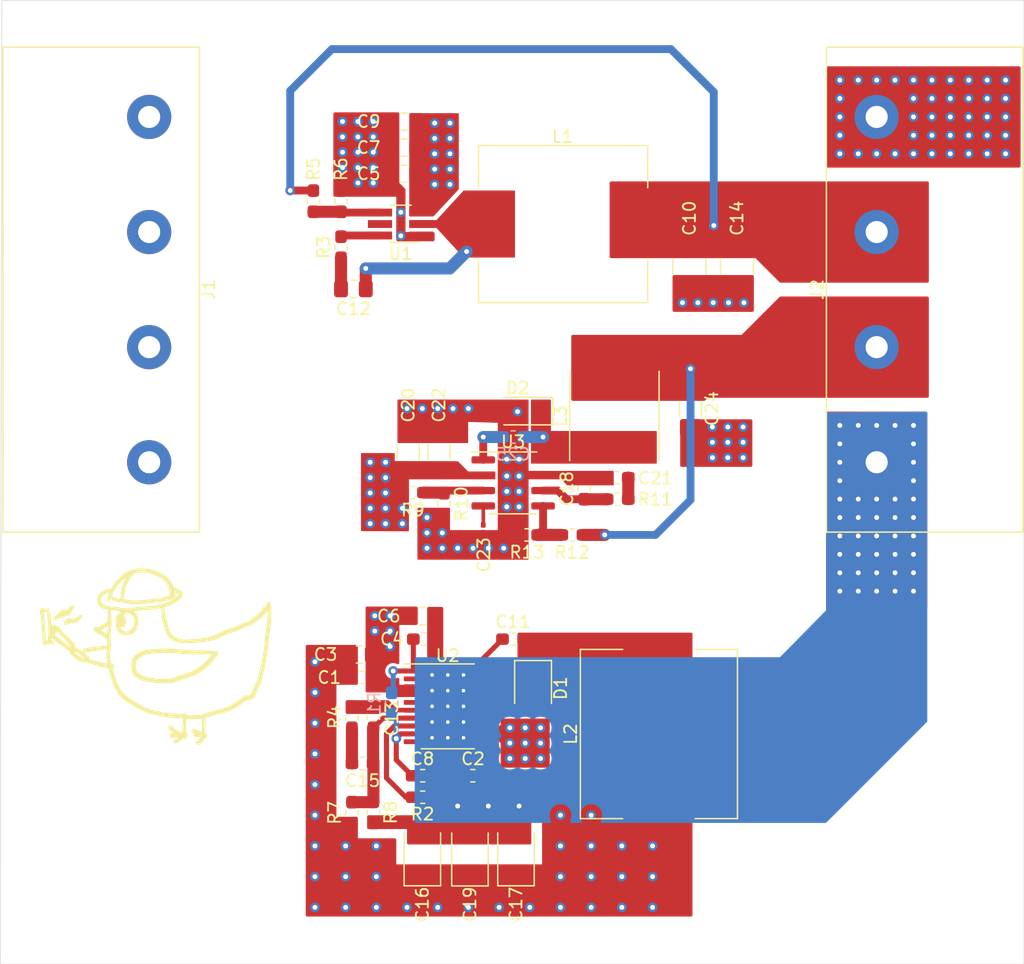
<source format=kicad_pcb>
(kicad_pcb (version 20171130) (host pcbnew 5.1.5+dfsg1-2build2)
  (layers (0 F.Cu signal) (1 In1.Cu power hide) (2 In2.Cu power hide) (31 B.Cu signal) (34 B.Paste user) (35 F.Paste user) (36 B.SilkS user) (37 F.SilkS user) (38 B.Mask user) (39 F.Mask user) (44 Edge.Cuts user))
  (net 0 "")
  (net 1 GND)
  (net 2 +24V)
  (net 3 "Net-(C2-Pad1)")
  (net 4 "Net-(C4-Pad1)")
  (net 5 "Net-(C8-Pad1)")
  (net 6 "Net-(C11-Pad1)")
  (net 7 "Net-(C11-Pad2)")
  (net 8 "Net-(C12-Pad2)")
  (net 9 "Net-(C12-Pad1)")
  (net 10 "Net-(C13-Pad2)")
  (net 11 "Net-(C13-Pad1)")
  (net 12 "Net-(C15-Pad2)")
  (net 13 "Net-(C18-Pad1)")
  (net 14 "Net-(C21-Pad1)")
  (net 15 "Net-(C23-Pad1)")
  (net 16 "Net-(C25-Pad2)")
  (net 17 "Net-(C25-Pad1)")
  (net 18 "Net-(D1-Pad2)")
  (net 19 "Net-(R2-Pad1)")
  (net 20 "Net-(R3-Pad2)")
  (net 21 "Net-(R5-Pad2)")
  (net 22 "Net-(R10-Pad1)")
  (net 23 "Net-(R12-Pad2)")
  (net 24 "Net-(U1-Pad5)")
  (net 25 "Net-(U2-Pad2)")
  (net 26 "Net-(U2-Pad5)")
  (net 27 -17V)
  (net 28 +17V)
  (net 29 +7V)
  (module MountingHole:MountingHole_3.2mm_M3 (layer F.Cu) (at 104.14 21.844)
    (fp_text reference REF** hide)
    (fp_text value MountingHole_3.2mm_M3)
    (pad 1 np_thru_hole circle (at 0 0) (size 3.2 3.2) (drill 3.2) (layers *.Cu *.Mask))
  )
  (module MountingHole:MountingHole_3.2mm_M3 (layer F.Cu) (at 117.983 88.9)
    (fp_text reference REF** hide)
    (fp_text value MountingHole_3.2mm_M3)
    (pad 1 np_thru_hole circle (at 0 0) (size 3.2 3.2) (drill 3.2) (layers *.Cu *.Mask))
  )
  (module MountingHole:MountingHole_3.2mm_M3 (layer F.Cu) (at 48.006 88.9)
    (fp_text reference REF** hide)
    (fp_text value MountingHole_3.2mm_M3)
    (pad 1 np_thru_hole circle (at 0 0) (size 3.2 3.2) (drill 3.2) (layers *.Cu *.Mask))
  )
  (module artwork:control_board_artwork (layer F.Cu) (at 53.848 76.2)
    (fp_text reference G*** hide)
    (fp_text value LOGO hide)
  )
  (module BarrierBlock:BarrierBlock (layer F.Cu) (at 48.99025 40.4495 270)
    (fp_text reference J1 (at 0 -8.89 90) (layer F.SilkS))
    (fp_text value Screw_Terminal_01x04)
    (pad 4 thru_hole circle (at 14.2875 -3.96875 270) (size 3.6576 3.6576) (drill 1.8288) (layers *.Cu *.Mask) (net 2 +24V))
    (pad 3 thru_hole circle (at 4.7625 -3.96875 270) (size 3.6576 3.6576) (drill 1.8288) (layers *.Cu *.Mask) (net 2 +24V))
    (pad 2 thru_hole circle (at -4.7625 -3.96875 270) (size 3.6576 3.6576) (drill 1.8288) (layers *.Cu *.Mask) (net 1 GND))
    (pad 1 thru_hole circle (at -14.2875 -3.96875 270) (size 3.6576 3.6576) (drill 1.8288) (layers *.Cu *.Mask) (net 1 GND))
  )
  (module Package_SO:HTSSOP-20-1EP_4.4x6.5mm_P0.65mm_EP3.4x6.5mm_Mask2.75x3.43mm_ThermalVias_HandSolder (layer F.Cu) (at 77.6705 74.935)
    (fp_text reference U2 (at 0 -4.2) (layer F.SilkS))
    (fp_text value LM5576MH)
    (pad 21 smd roundrect (at 0 0) (size 3.4 6.5) (layers F.Cu) (roundrect_rratio 0.07400000000000001) (net 27 -17V))
    (pad 21 thru_hole circle (at -1.3 -2.6) (size 0.6 0.6) (drill 0.3) (layers *.Cu) (net 27 -17V))
    (pad 21 thru_hole circle (at 0 -2.6) (size 0.6 0.6) (drill 0.3) (layers *.Cu) (net 27 -17V))
    (pad 21 thru_hole circle (at 1.3 -2.6) (size 0.6 0.6) (drill 0.3) (layers *.Cu) (net 27 -17V))
    (pad 21 thru_hole circle (at -1.3 -1.3) (size 0.6 0.6) (drill 0.3) (layers *.Cu) (net 27 -17V))
    (pad 21 thru_hole circle (at 0 -1.3) (size 0.6 0.6) (drill 0.3) (layers *.Cu) (net 27 -17V))
    (pad 21 thru_hole circle (at 1.3 -1.3) (size 0.6 0.6) (drill 0.3) (layers *.Cu) (net 27 -17V))
    (pad 21 thru_hole circle (at -1.3 0) (size 0.6 0.6) (drill 0.3) (layers *.Cu) (net 27 -17V))
    (pad 21 thru_hole circle (at 0 0) (size 0.6 0.6) (drill 0.3) (layers *.Cu) (net 27 -17V))
    (pad 21 thru_hole circle (at 1.3 0) (size 0.6 0.6) (drill 0.3) (layers *.Cu) (net 27 -17V))
    (pad 21 thru_hole circle (at -1.3 1.3) (size 0.6 0.6) (drill 0.3) (layers *.Cu) (net 27 -17V))
    (pad 21 thru_hole circle (at 0 1.3) (size 0.6 0.6) (drill 0.3) (layers *.Cu) (net 27 -17V))
    (pad 21 thru_hole circle (at 1.3 1.3) (size 0.6 0.6) (drill 0.3) (layers *.Cu) (net 27 -17V))
    (pad 21 thru_hole circle (at -1.3 2.6) (size 0.6 0.6) (drill 0.3) (layers *.Cu) (net 27 -17V))
    (pad 21 thru_hole circle (at 0 2.6) (size 0.6 0.6) (drill 0.3) (layers *.Cu) (net 27 -17V))
    (pad 21 thru_hole circle (at 1.3 2.6) (size 0.6 0.6) (drill 0.3) (layers *.Cu) (net 27 -17V))
    (pad 21 smd roundrect (at 0 0) (size 3.2 5.8) (layers B.Cu) (roundrect_rratio 0.078) (net 27 -17V))
    (pad 1 smd roundrect (at -2.8625 -2.925) (size 1.575 0.4) (layers F.Cu F.Paste F.Mask) (net 4 "Net-(C4-Pad1)"))
    (pad 2 smd roundrect (at -2.8625 -2.275) (size 1.575 0.4) (layers F.Cu F.Paste F.Mask) (net 25 "Net-(U2-Pad2)"))
    (pad 3 smd roundrect (at -2.8625 -1.625) (size 1.575 0.4) (layers F.Cu F.Paste F.Mask) (net 2 +24V))
    (pad 4 smd roundrect (at -2.8625 -0.975) (size 1.575 0.4) (layers F.Cu F.Paste F.Mask) (net 2 +24V))
    (pad 5 smd roundrect (at -2.8625 -0.325) (size 1.575 0.4) (layers F.Cu F.Paste F.Mask) (net 26 "Net-(U2-Pad5)"))
    (pad 6 smd roundrect (at -2.8625 0.325) (size 1.575 0.4) (layers F.Cu F.Paste F.Mask) (net 10 "Net-(C13-Pad2)"))
    (pad 7 smd roundrect (at -2.8625 0.975) (size 1.575 0.4) (layers F.Cu F.Paste F.Mask) (net 11 "Net-(C13-Pad1)"))
    (pad 8 smd roundrect (at -2.8625 1.625) (size 1.575 0.4) (layers F.Cu F.Paste F.Mask) (net 19 "Net-(R2-Pad1)"))
    (pad 9 smd roundrect (at -2.8625 2.275) (size 1.575 0.4) (layers F.Cu F.Paste F.Mask) (net 5 "Net-(C8-Pad1)"))
    (pad 10 smd roundrect (at -2.8625 2.925) (size 1.575 0.4) (layers F.Cu F.Paste F.Mask) (net 27 -17V))
    (pad 11 smd roundrect (at 2.8625 2.925) (size 1.575 0.4) (layers F.Cu F.Paste F.Mask) (net 3 "Net-(C2-Pad1)"))
    (pad 12 smd roundrect (at 2.8625 2.275) (size 1.575 0.4) (layers F.Cu F.Paste F.Mask) (net 1 GND))
    (pad 13 smd roundrect (at 2.8625 1.625) (size 1.575 0.4) (layers F.Cu F.Paste F.Mask) (net 27 -17V))
    (pad 14 smd roundrect (at 2.8625 0.975) (size 1.575 0.4) (layers F.Cu F.Paste F.Mask) (net 27 -17V))
    (pad 15 smd roundrect (at 2.8625 0.325) (size 1.575 0.4) (layers F.Cu F.Paste F.Mask) (net 18 "Net-(D1-Pad2)"))
    (pad 16 smd roundrect (at 2.8625 -0.325) (size 1.575 0.4) (layers F.Cu F.Paste F.Mask) (net 18 "Net-(D1-Pad2)"))
    (pad 17 smd roundrect (at 2.8625 -0.975) (size 1.575 0.4) (layers F.Cu F.Paste F.Mask) (net 6 "Net-(C11-Pad1)"))
    (pad 18 smd roundrect (at 2.8625 -1.625) (size 1.575 0.4) (layers F.Cu F.Paste F.Mask) (net 6 "Net-(C11-Pad1)"))
    (pad 19 smd roundrect (at 2.8625 -2.275) (size 1.575 0.4) (layers F.Cu F.Paste F.Mask) (net 6 "Net-(C11-Pad1)"))
    (pad 20 smd roundrect (at 2.8625 -2.925) (size 1.575 0.4) (layers F.Cu F.Paste F.Mask) (net 7 "Net-(C11-Pad2)"))
  )
  (module Capacitor_SMD:C_0603_1608Metric_Pad1.05x0.95mm_HandSolder (layer F.Cu) (at 70.514 72.548 180)
    (fp_text reference C1 (at 2.653 0) (layer F.SilkS))
    (fp_text value 1uF)
    (pad 2 smd roundrect (at 0.875 0 180) (size 1.05 0.95) (layers F.Cu F.Paste F.Mask) (net 1 GND))
    (pad 1 smd roundrect (at -0.875 0 180) (size 1.05 0.95) (layers F.Cu F.Paste F.Mask) (net 2 +24V))
  )
  (module Capacitor_SMD:C_0603_1608Metric_Pad1.05x0.95mm_HandSolder (layer F.Cu) (at 79.742 80.676 180)
    (fp_text reference C2 (at -0.014 1.397) (layer F.SilkS))
    (fp_text value 33nF)
    (pad 2 smd roundrect (at 0.875 0 180) (size 1.05 0.95) (layers F.Cu F.Paste F.Mask) (net 27 -17V))
    (pad 1 smd roundrect (at -0.875 0 180) (size 1.05 0.95) (layers F.Cu F.Paste F.Mask) (net 3 "Net-(C2-Pad1)"))
  )
  (module Capacitor_SMD:C_0805_2012Metric_Pad1.15x1.40mm_HandSolder (layer F.Cu) (at 70.364 70.643 180)
    (fp_text reference C3 (at 2.803 0) (layer F.SilkS))
    (fp_text value 100nF)
    (pad 2 smd roundrect (at 1.025 0 180) (size 1.15 1.4) (layers F.Cu F.Paste F.Mask) (roundrect_rratio 0.217391) (net 1 GND))
    (pad 1 smd roundrect (at -1.025 0 180) (size 1.15 1.4) (layers F.Cu F.Paste F.Mask) (roundrect_rratio 0.217391) (net 2 +24V))
  )
  (module Capacitor_SMD:C_0603_1608Metric_Pad1.05x0.95mm_HandSolder (layer F.Cu) (at 75.693 69.373)
    (fp_text reference C4 (at -2.653 0) (layer F.SilkS))
    (fp_text value 1uF)
    (pad 2 smd roundrect (at 0.875 0) (size 1.05 0.95) (layers F.Cu F.Paste F.Mask) (net 27 -17V))
    (pad 1 smd roundrect (at -0.875 0) (size 1.05 0.95) (layers F.Cu F.Paste F.Mask) (net 4 "Net-(C4-Pad1)"))
  )
  (module Capacitor_SMD:C_0805_2012Metric_Pad1.15x1.40mm_HandSolder (layer F.Cu) (at 74.032 30.861 180)
    (fp_text reference C5 (at 2.912 0) (layer F.SilkS))
    (fp_text value 10uF)
    (pad 1 smd roundrect (at -1.025 0 180) (size 1.15 1.4) (layers F.Cu F.Paste F.Mask) (roundrect_rratio 0.217391) (net 2 +24V))
    (pad 2 smd roundrect (at 1.025 0 180) (size 1.15 1.4) (layers F.Cu F.Paste F.Mask) (roundrect_rratio 0.217391) (net 1 GND))
  )
  (module Capacitor_SMD:C_0805_2012Metric_Pad1.15x1.40mm_HandSolder (layer F.Cu) (at 75.571 67.468)
    (fp_text reference C6 (at -2.785 0) (layer F.SilkS))
    (fp_text value 680nF)
    (pad 1 smd roundrect (at -1.025 0) (size 1.15 1.4) (layers F.Cu F.Paste F.Mask) (roundrect_rratio 0.217391) (net 2 +24V))
    (pad 2 smd roundrect (at 1.025 0) (size 1.15 1.4) (layers F.Cu F.Paste F.Mask) (roundrect_rratio 0.217391) (net 27 -17V))
  )
  (module Capacitor_SMD:C_0805_2012Metric_Pad1.15x1.40mm_HandSolder (layer F.Cu) (at 74.032 28.702 180)
    (fp_text reference C7 (at 2.912 0) (layer F.SilkS))
    (fp_text value 10uF)
    (pad 2 smd roundrect (at 1.025 0 180) (size 1.15 1.4) (layers F.Cu F.Paste F.Mask) (roundrect_rratio 0.217391) (net 1 GND))
    (pad 1 smd roundrect (at -1.025 0 180) (size 1.15 1.4) (layers F.Cu F.Paste F.Mask) (roundrect_rratio 0.217391) (net 2 +24V))
  )
  (module Capacitor_SMD:C_0603_1608Metric_Pad1.05x0.95mm_HandSolder (layer F.Cu) (at 75.594 80.676)
    (fp_text reference C8 (at -0.014 -1.397) (layer F.SilkS))
    (fp_text value 330pF)
    (pad 1 smd roundrect (at -0.875 0) (size 1.05 0.95) (layers F.Cu F.Paste F.Mask) (net 5 "Net-(C8-Pad1)"))
    (pad 2 smd roundrect (at 0.875 0) (size 1.05 0.95) (layers F.Cu F.Paste F.Mask) (net 27 -17V))
  )
  (module Capacitor_SMD:C_0805_2012Metric_Pad1.15x1.40mm_HandSolder (layer F.Cu) (at 74.05 26.543 180)
    (fp_text reference C9 (at 2.93 0) (layer F.SilkS))
    (fp_text value 100nF)
    (pad 1 smd roundrect (at -1.025 0 180) (size 1.15 1.4) (layers F.Cu F.Paste F.Mask) (roundrect_rratio 0.217391) (net 2 +24V))
    (pad 2 smd roundrect (at 1.025 0 180) (size 1.15 1.4) (layers F.Cu F.Paste F.Mask) (roundrect_rratio 0.217391) (net 1 GND))
  )
  (module Capacitor_SMD:C_1210_3225Metric_Pad1.42x2.65mm_HandSolder (layer F.Cu) (at 97.663 38.5175 270)
    (fp_text reference C10 (at -3.9735 0 90) (layer F.SilkS))
    (fp_text value 22uF)
    (pad 1 smd roundrect (at -1.4875 0 270) (size 1.425 2.65) (layers F.Cu F.Paste F.Mask) (roundrect_rratio 0.175439) (net 29 +7V))
    (pad 2 smd roundrect (at 1.4875 0 270) (size 1.425 2.65) (layers F.Cu F.Paste F.Mask) (roundrect_rratio 0.175439) (net 1 GND))
  )
  (module Capacitor_SMD:C_0603_1608Metric_Pad1.05x0.95mm_HandSolder (layer F.Cu) (at 83.072 69.373 180)
    (fp_text reference C11 (at 0.014 1.428) (layer F.SilkS))
    (fp_text value 22nF)
    (pad 1 smd roundrect (at -0.875 0 180) (size 1.05 0.95) (layers F.Cu F.Paste F.Mask) (net 6 "Net-(C11-Pad1)"))
    (pad 2 smd roundrect (at 0.875 0 180) (size 1.05 0.95) (layers F.Cu F.Paste F.Mask) (net 7 "Net-(C11-Pad2)"))
  )
  (module Capacitor_SMD:C_0805_2012Metric_Pad1.15x1.40mm_HandSolder (layer F.Cu) (at 69.859 40.386 180)
    (fp_text reference C12 (at 0 -1.65) (layer F.SilkS))
    (fp_text value 100nF)
    (pad 2 smd roundrect (at 1.025 0 180) (size 1.15 1.4) (layers F.Cu F.Paste F.Mask) (roundrect_rratio 0.217391) (net 8 "Net-(C12-Pad2)"))
    (pad 1 smd roundrect (at -1.025 0 180) (size 1.15 1.4) (layers F.Cu F.Paste F.Mask) (roundrect_rratio 0.217391) (net 9 "Net-(C12-Pad1)"))
  )
  (module Capacitor_SMD:C_0603_1608Metric_Pad1.05x0.95mm_HandSolder (layer F.Cu) (at 71.516 75.836 90)
    (fp_text reference C13 (at -0.141 1.524 90) (layer F.SilkS))
    (fp_text value 18pF)
    (pad 2 smd roundrect (at 0.875 0 90) (size 1.05 0.95) (layers F.Cu F.Paste F.Mask) (net 10 "Net-(C13-Pad2)"))
    (pad 1 smd roundrect (at -0.875 0 90) (size 1.05 0.95) (layers F.Cu F.Paste F.Mask) (net 11 "Net-(C13-Pad1)"))
  )
  (module Capacitor_SMD:C_1210_3225Metric_Pad1.42x2.65mm_HandSolder (layer F.Cu) (at 101.6 38.5175 270)
    (fp_text reference C14 (at -3.9735 0 90) (layer F.SilkS))
    (fp_text value 22uF)
    (pad 2 smd roundrect (at 1.4875 0 270) (size 1.425 2.65) (layers F.Cu F.Paste F.Mask) (roundrect_rratio 0.175439) (net 1 GND))
    (pad 1 smd roundrect (at -1.4875 0 270) (size 1.425 2.65) (layers F.Cu F.Paste F.Mask) (roundrect_rratio 0.175439) (net 29 +7V))
  )
  (module Capacitor_SMD:C_0603_1608Metric_Pad1.05x0.95mm_HandSolder (layer F.Cu) (at 70.613 79.66 180)
    (fp_text reference C15 (at 0 -1.43) (layer F.SilkS))
    (fp_text value 1.1nF)
    (pad 1 smd roundrect (at -0.875 0 180) (size 1.05 0.95) (layers F.Cu F.Paste F.Mask) (net 11 "Net-(C13-Pad1)"))
    (pad 2 smd roundrect (at 0.875 0 180) (size 1.05 0.95) (layers F.Cu F.Paste F.Mask) (net 12 "Net-(C15-Pad2)"))
  )
  (module Capacitor_Tantalum_SMD:CP_EIA-3528-21_Kemet-B_Pad1.50x2.35mm_HandSolder (layer F.Cu) (at 75.565 87.148 90)
    (fp_text reference C16 (at -4.165 0 90) (layer F.SilkS))
    (fp_text value 15uF)
    (pad 1 smd roundrect (at -1.625 0 90) (size 1.5 2.35) (layers F.Cu F.Paste F.Mask) (roundrect_rratio 0.166667) (net 1 GND))
    (pad 2 smd roundrect (at 1.625 0 90) (size 1.5 2.35) (layers F.Cu F.Paste F.Mask) (roundrect_rratio 0.166667) (net 27 -17V))
  )
  (module Capacitor_Tantalum_SMD:CP_EIA-3528-21_Kemet-B_Pad1.50x2.35mm_HandSolder (layer F.Cu) (at 83.312 87.148 90)
    (fp_text reference C17 (at -4.165 0 90) (layer F.SilkS))
    (fp_text value 15uF)
    (pad 2 smd roundrect (at 1.625 0 90) (size 1.5 2.35) (layers F.Cu F.Paste F.Mask) (roundrect_rratio 0.166667) (net 27 -17V))
    (pad 1 smd roundrect (at -1.625 0 90) (size 1.5 2.35) (layers F.Cu F.Paste F.Mask) (roundrect_rratio 0.166667) (net 1 GND))
  )
  (module Capacitor_SMD:C_0603_1608Metric_Pad1.05x0.95mm_HandSolder (layer F.Cu) (at 88.954 56.924 90)
    (fp_text reference C18 (at 0 -1.43 90) (layer F.SilkS))
    (fp_text value 6.8pF)
    (pad 1 smd roundrect (at -0.875 0 90) (size 1.05 0.95) (layers F.Cu F.Paste F.Mask) (net 13 "Net-(C18-Pad1)"))
    (pad 2 smd roundrect (at 0.875 0 90) (size 1.05 0.95) (layers F.Cu F.Paste F.Mask) (net 1 GND))
  )
  (module Capacitor_Tantalum_SMD:CP_EIA-3528-21_Kemet-B_Pad1.50x2.35mm_HandSolder (layer F.Cu) (at 79.502 87.1595 90)
    (fp_text reference C19 (at -4.1535 0 90) (layer F.SilkS))
    (fp_text value 15uF)
    (pad 1 smd roundrect (at -1.625 0 90) (size 1.5 2.35) (layers F.Cu F.Paste F.Mask) (roundrect_rratio 0.166667) (net 1 GND))
    (pad 2 smd roundrect (at 1.625 0 90) (size 1.5 2.35) (layers F.Cu F.Paste F.Mask) (roundrect_rratio 0.166667) (net 27 -17V))
  )
  (module Capacitor_SMD:C_1206_3216Metric_Pad1.42x1.75mm_HandSolder (layer F.Cu) (at 74.398 53.8995 90)
    (fp_text reference C20 (at 3.9005 0 90) (layer F.SilkS))
    (fp_text value 10uF)
    (pad 2 smd roundrect (at 1.4875 0 90) (size 1.425 1.75) (layers F.Cu F.Paste F.Mask) (roundrect_rratio 0.175439) (net 1 GND))
    (pad 1 smd roundrect (at -1.4875 0 90) (size 1.425 1.75) (layers F.Cu F.Paste F.Mask) (roundrect_rratio 0.175439) (net 2 +24V))
  )
  (module Capacitor_SMD:C_0603_1608Metric_Pad1.05x0.95mm_HandSolder (layer F.Cu) (at 91.727 56.014 180)
    (fp_text reference C21 (at -3.127 -0.035) (layer F.SilkS))
    (fp_text value 430pF)
    (pad 1 smd roundrect (at -0.875 0 180) (size 1.05 0.95) (layers F.Cu F.Paste F.Mask) (net 14 "Net-(C21-Pad1)"))
    (pad 2 smd roundrect (at 0.875 0 180) (size 1.05 0.95) (layers F.Cu F.Paste F.Mask) (net 1 GND))
  )
  (module Capacitor_SMD:C_1206_3216Metric_Pad1.42x1.75mm_HandSolder (layer F.Cu) (at 76.938 53.8995 90)
    (fp_text reference C22 (at 3.9005 0 90) (layer F.SilkS))
    (fp_text value 10uF)
    (pad 1 smd roundrect (at -1.4875 0 90) (size 1.425 1.75) (layers F.Cu F.Paste F.Mask) (roundrect_rratio 0.175439) (net 2 +24V))
    (pad 2 smd roundrect (at 1.4875 0 90) (size 1.425 1.75) (layers F.Cu F.Paste F.Mask) (roundrect_rratio 0.175439) (net 1 GND))
  )
  (module Capacitor_SMD:C_0201_0603Metric (layer F.Cu) (at 80.604 60.244 270)
    (fp_text reference C23 (at 2.155 -0.05 90) (layer F.SilkS))
    (fp_text value 8.2nF)
    (pad 1 smd roundrect (at -0.32 0 270) (size 0.46 0.4) (layers F.Cu F.Mask) (net 15 "Net-(C23-Pad1)"))
    (pad 2 smd roundrect (at 0.32 0 270) (size 0.46 0.4) (layers F.Cu F.Mask) (net 1 GND))
  )
  (module Capacitor_SMD:C_1206_3216Metric_Pad1.42x1.75mm_HandSolder (layer F.Cu) (at 97.754 50.3865 270)
    (fp_text reference C24 (at -0.0905 -1.778 90) (layer F.SilkS))
    (fp_text value 10uF)
    (pad 1 smd roundrect (at -1.4875 0 270) (size 1.425 1.75) (layers F.Cu F.Paste F.Mask) (roundrect_rratio 0.175439) (net 28 +17V))
    (pad 2 smd roundrect (at 1.4875 0 270) (size 1.425 1.75) (layers F.Cu F.Paste F.Mask) (roundrect_rratio 0.175439) (net 1 GND))
  )
  (module Capacitor_SMD:C_0603_1608Metric_Pad1.05x0.95mm_HandSolder (layer B.Cu) (at 83.079 52.649)
    (fp_text reference C25 (at 0 1.43) (layer B.SilkS) (effects (justify mirror)))
    (fp_text value 100nF)
    (pad 2 smd roundrect (at 0.875 0) (size 1.05 0.95) (layers B.Cu B.Paste B.Mask) (net 16 "Net-(C25-Pad2)"))
    (pad 1 smd roundrect (at -0.875 0) (size 1.05 0.95) (layers B.Cu B.Paste B.Mask) (net 17 "Net-(C25-Pad1)"))
  )
  (module SS2PH10-M3:DO-220AA (layer F.Cu) (at 84.723 73.429 270)
    (fp_text reference D1 (at 0 -2.286 90) (layer F.SilkS))
    (fp_text value SS2PH10-M3)
    (pad 1 smd rect (at -0.6985 0 270) (size 2.667 2.54) (layers F.Cu F.Paste F.Mask) (net 6 "Net-(C11-Pad1)"))
    (pad 2 smd rect (at 1.651 0 270) (size 0.762 1.27) (layers F.Cu F.Paste F.Mask) (net 18 "Net-(D1-Pad2)"))
  )
  (module SS14FL:SMAF (layer F.Cu) (at 83.454 50.499 180)
    (fp_text reference D2 (at 0.005 1.905) (layer F.SilkS))
    (fp_text value SS14FL)
    (pad 1 smd roundrect (at -1.9 0 180) (size 1.6 1.8) (layers F.Cu F.Paste F.Mask) (net 16 "Net-(C25-Pad2)"))
    (pad 2 smd rect (at 1.9 0 180) (size 1.6 1.8) (layers F.Cu F.Paste F.Mask) (net 1 GND))
  )
  (module MWSA1206S:MWSA1206S (layer F.Cu) (at 87.212 35.023 180)
    (fp_text reference L1 (at 0.037 7.239) (layer F.SilkS))
    (fp_text value 18uH)
    (pad 1 smd rect (at -5.625 0 180) (size 3.25 5.5) (layers F.Cu F.Paste F.Mask) (net 29 +7V))
    (pad 2 smd rect (at 5.625 0 180) (size 3.25 5.5) (layers F.Cu F.Paste F.Mask) (net 9 "Net-(C12-Pad1)"))
  )
  (module MSA75-150M:MSA75-150M (layer F.Cu) (at 91.454 50.899 270)
    (fp_text reference L3 (at 0 4.445 90) (layer F.SilkS))
    (fp_text value 15uH)
    (pad 1 smd rect (at -2.6 0 270) (size 2.65 7) (layers F.Cu F.Paste F.Mask) (net 28 +17V))
    (pad 2 smd rect (at 2.6 0 270) (size 2.65 7) (layers F.Cu F.Paste F.Mask) (net 16 "Net-(C25-Pad2)"))
  )
  (module Resistor_SMD:R_0603_1608Metric_Pad1.05x0.95mm_HandSolder (layer B.Cu) (at 73.025 74.69 270)
    (fp_text reference R1 (at 0 1.43 90) (layer B.SilkS) (effects (justify mirror)))
    (fp_text value 118kOhm)
    (pad 1 smd roundrect (at -0.875 0 270) (size 1.05 0.95) (layers B.Cu B.Paste B.Mask) (net 4 "Net-(C4-Pad1)"))
    (pad 2 smd roundrect (at 0.875 0 270) (size 1.05 0.95) (layers B.Cu B.Paste B.Mask) (net 5 "Net-(C8-Pad1)"))
  )
  (module Resistor_SMD:R_0603_1608Metric_Pad1.05x0.95mm_HandSolder (layer F.Cu) (at 75.594 82.454)
    (fp_text reference R2 (at -0.014 1.397) (layer F.SilkS))
    (fp_text value 18.7kOhm)
    (pad 2 smd roundrect (at 0.875 0) (size 1.05 0.95) (layers F.Cu F.Paste F.Mask) (net 27 -17V))
    (pad 1 smd roundrect (at -0.875 0) (size 1.05 0.95) (layers F.Cu F.Paste F.Mask) (net 19 "Net-(R2-Pad1)"))
  )
  (module Resistor_SMD:R_0603_1608Metric_Pad1.05x0.95mm_HandSolder (layer F.Cu) (at 68.834 36.943 90)
    (fp_text reference R3 (at 0 -1.43 90) (layer F.SilkS))
    (fp_text value 30Ohm)
    (pad 2 smd roundrect (at 0.875 0 90) (size 1.05 0.95) (layers F.Cu F.Paste F.Mask) (net 20 "Net-(R3-Pad2)"))
    (pad 1 smd roundrect (at -0.875 0 90) (size 1.05 0.95) (layers F.Cu F.Paste F.Mask) (net 8 "Net-(C12-Pad2)"))
  )
  (module Resistor_SMD:R_0603_1608Metric_Pad1.05x0.95mm_HandSolder (layer F.Cu) (at 69.738 75.836 90)
    (fp_text reference R4 (at 0 -1.43 90) (layer F.SilkS))
    (fp_text value 71.5kOhm)
    (pad 2 smd roundrect (at 0.875 0 90) (size 1.05 0.95) (layers F.Cu F.Paste F.Mask) (net 10 "Net-(C13-Pad2)"))
    (pad 1 smd roundrect (at -0.875 0 90) (size 1.05 0.95) (layers F.Cu F.Paste F.Mask) (net 12 "Net-(C15-Pad2)"))
  )
  (module Resistor_SMD:R_0603_1608Metric_Pad1.05x0.95mm_HandSolder (layer F.Cu) (at 66.548 33.133 270)
    (fp_text reference R5 (at -2.653 0 90) (layer F.SilkS))
    (fp_text value 76.8kOhm)
    (pad 1 smd roundrect (at -0.875 0 270) (size 1.05 0.95) (layers F.Cu F.Paste F.Mask) (net 29 +7V))
    (pad 2 smd roundrect (at 0.875 0 270) (size 1.05 0.95) (layers F.Cu F.Paste F.Mask) (net 21 "Net-(R5-Pad2)"))
  )
  (module Resistor_SMD:R_0603_1608Metric_Pad1.05x0.95mm_HandSolder (layer F.Cu) (at 68.834 33.133 90)
    (fp_text reference R6 (at 2.653 0 90) (layer F.SilkS))
    (fp_text value 10kOhm)
    (pad 2 smd roundrect (at 0.875 0 90) (size 1.05 0.95) (layers F.Cu F.Paste F.Mask) (net 1 GND))
    (pad 1 smd roundrect (at -0.875 0 90) (size 1.05 0.95) (layers F.Cu F.Paste F.Mask) (net 21 "Net-(R5-Pad2)"))
  )
  (module Resistor_SMD:R_0603_1608Metric_Pad1.05x0.95mm_HandSolder (layer F.Cu) (at 69.738 83.738 90)
    (fp_text reference R7 (at 0 -1.43 90) (layer F.SilkS))
    (fp_text value 21kOhm)
    (pad 1 smd roundrect (at -0.875 0 90) (size 1.05 0.95) (layers F.Cu F.Paste F.Mask) (net 1 GND))
    (pad 2 smd roundrect (at 0.875 0 90) (size 1.05 0.95) (layers F.Cu F.Paste F.Mask) (net 11 "Net-(C13-Pad1)"))
  )
  (module Resistor_SMD:R_0603_1608Metric_Pad1.05x0.95mm_HandSolder (layer F.Cu) (at 71.516 83.71 270)
    (fp_text reference R8 (at 0 -1.43 90) (layer F.SilkS))
    (fp_text value 1.65kOhm)
    (pad 1 smd roundrect (at -0.875 0 270) (size 1.05 0.95) (layers F.Cu F.Paste F.Mask) (net 11 "Net-(C13-Pad1)"))
    (pad 2 smd roundrect (at 0.875 0 270) (size 1.05 0.95) (layers F.Cu F.Paste F.Mask) (net 27 -17V))
  )
  (module Resistor_SMD:R_0603_1608Metric_Pad1.05x0.95mm_HandSolder (layer F.Cu) (at 74.779 57.249)
    (fp_text reference R9 (at 0 1.45) (layer F.SilkS))
    (fp_text value 169kOhm)
    (pad 1 smd roundrect (at -0.875 0) (size 1.05 0.95) (layers F.Cu F.Paste F.Mask) (net 2 +24V))
    (pad 2 smd roundrect (at 0.875 0) (size 1.05 0.95) (layers F.Cu F.Paste F.Mask) (net 22 "Net-(R10-Pad1)"))
  )
  (module Resistor_SMD:R_0603_1608Metric_Pad1.05x0.95mm_HandSolder (layer F.Cu) (at 77.354 58.174 270)
    (fp_text reference R10 (at 0 -1.43 90) (layer F.SilkS))
    (fp_text value 15.8kOhm)
    (pad 2 smd roundrect (at 0.875 0 270) (size 1.05 0.95) (layers F.Cu F.Paste F.Mask) (net 1 GND))
    (pad 1 smd roundrect (at -0.875 0 270) (size 1.05 0.95) (layers F.Cu F.Paste F.Mask) (net 22 "Net-(R10-Pad1)"))
  )
  (module Resistor_SMD:R_0603_1608Metric_Pad1.05x0.95mm_HandSolder (layer F.Cu) (at 91.729 57.792)
    (fp_text reference R11 (at 3.105 0.007) (layer F.SilkS))
    (fp_text value 66.5kOhm)
    (pad 1 smd roundrect (at -0.875 0) (size 1.05 0.95) (layers F.Cu F.Paste F.Mask) (net 13 "Net-(C18-Pad1)"))
    (pad 2 smd roundrect (at 0.875 0) (size 1.05 0.95) (layers F.Cu F.Paste F.Mask) (net 14 "Net-(C21-Pad1)"))
  )
  (module Resistor_SMD:R_0603_1608Metric_Pad1.05x0.95mm_HandSolder (layer F.Cu) (at 87.979 60.749 180)
    (fp_text reference R12 (at 0.025 -1.45) (layer F.SilkS))
    (fp_text value 10.2kOhm)
    (pad 1 smd roundrect (at -0.875 0 180) (size 1.05 0.95) (layers F.Cu F.Paste F.Mask) (net 28 +17V))
    (pad 2 smd roundrect (at 0.875 0 180) (size 1.05 0.95) (layers F.Cu F.Paste F.Mask) (net 23 "Net-(R12-Pad2)"))
  )
  (module Resistor_SMD:R_0603_1608Metric_Pad1.05x0.95mm_HandSolder (layer F.Cu) (at 84.229 60.749 180)
    (fp_text reference R13 (at 0 -1.43) (layer F.SilkS))
    (fp_text value 499Ohm)
    (pad 2 smd roundrect (at 0.875 0 180) (size 1.05 0.95) (layers F.Cu F.Paste F.Mask) (net 1 GND))
    (pad 1 smd roundrect (at -0.875 0 180) (size 1.05 0.95) (layers F.Cu F.Paste F.Mask) (net 23 "Net-(R12-Pad2)"))
  )
  (module Package_TO_SOT_SMD:TSOT-23-6_HandSoldering (layer F.Cu) (at 73.769 35.023 180)
    (fp_text reference U1 (at 0 -2.45) (layer F.SilkS))
    (fp_text value TPS56339DDCR)
    (pad 1 smd rect (at -1.71 -0.95 180) (size 2 0.65) (layers F.Cu F.Paste F.Mask) (net 1 GND))
    (pad 2 smd rect (at -1.71 0 180) (size 2 0.65) (layers F.Cu F.Paste F.Mask) (net 9 "Net-(C12-Pad1)"))
    (pad 3 smd rect (at -1.71 0.95 180) (size 2 0.65) (layers F.Cu F.Paste F.Mask) (net 2 +24V))
    (pad 4 smd rect (at 1.71 0.95 180) (size 2 0.65) (layers F.Cu F.Paste F.Mask) (net 21 "Net-(R5-Pad2)"))
    (pad 5 smd rect (at 1.71 0 180) (size 2 0.65) (layers F.Cu F.Paste F.Mask) (net 24 "Net-(U1-Pad5)"))
    (pad 6 smd rect (at 1.71 -0.95 180) (size 2 0.65) (layers F.Cu F.Paste F.Mask) (net 20 "Net-(R3-Pad2)"))
  )
  (module Package_SO:SOIC-8_3.9x4.9mm_P1.27mm (layer F.Cu) (at 83.079 56.444)
    (fp_text reference U3 (at 0 -3.4) (layer F.SilkS))
    (fp_text value TPS54232)
    (pad 1 smd roundrect (at -2.475 -1.905) (size 1.95 0.6) (layers F.Cu F.Paste F.Mask) (net 17 "Net-(C25-Pad1)"))
    (pad 2 smd roundrect (at -2.475 -0.635) (size 1.95 0.6) (layers F.Cu F.Paste F.Mask) (net 2 +24V))
    (pad 3 smd roundrect (at -2.475 0.635) (size 1.95 0.6) (layers F.Cu F.Paste F.Mask) (net 22 "Net-(R10-Pad1)"))
    (pad 4 smd roundrect (at -2.475 1.905) (size 1.95 0.6) (layers F.Cu F.Paste F.Mask) (net 15 "Net-(C23-Pad1)"))
    (pad 5 smd roundrect (at 2.475 1.905) (size 1.95 0.6) (layers F.Cu F.Paste F.Mask) (net 23 "Net-(R12-Pad2)"))
    (pad 6 smd roundrect (at 2.475 0.635) (size 1.95 0.6) (layers F.Cu F.Paste F.Mask) (net 13 "Net-(C18-Pad1)"))
    (pad 7 smd roundrect (at 2.475 -0.635) (size 1.95 0.6) (layers F.Cu F.Paste F.Mask) (net 1 GND))
    (pad 8 smd roundrect (at 2.475 -1.905) (size 1.95 0.6) (layers F.Cu F.Paste F.Mask) (net 16 "Net-(C25-Pad2)"))
  )
  (module BarrierBlock:BarrierBlock (layer F.Cu) (at 117.12575 40.4495 90)
    (fp_text reference J2 (at 0 -8.89 90) (layer F.SilkS))
    (fp_text value Screw_Terminal_01x04)
    (pad 1 thru_hole circle (at -14.2875 -3.96875 90) (size 3.6576 3.6576) (drill 1.8288) (layers *.Cu *.Mask) (net 27 -17V))
    (pad 2 thru_hole circle (at -4.7625 -3.96875 90) (size 3.6576 3.6576) (drill 1.8288) (layers *.Cu *.Mask) (net 28 +17V))
    (pad 3 thru_hole circle (at 4.7625 -3.96875 90) (size 3.6576 3.6576) (drill 1.8288) (layers *.Cu *.Mask) (net 29 +7V))
    (pad 4 thru_hole circle (at 14.2875 -3.96875 90) (size 3.6576 3.6576) (drill 1.8288) (layers *.Cu *.Mask) (net 1 GND))
  )
  (module MWSA1206S:MWSA1206S (layer F.Cu) (at 95.138 77.224 90)
    (fp_text reference L2 (at 0 -7.3 90) (layer F.SilkS))
    (fp_text value 33uH)
    (pad 1 smd rect (at -5.625 0 90) (size 3.25 5.5) (layers F.Cu F.Paste F.Mask) (net 1 GND))
    (pad 2 smd rect (at 5.625 0 90) (size 3.25 5.5) (layers F.Cu F.Paste F.Mask) (net 6 "Net-(C11-Pad1)"))
  )
  (gr_line (start 125.349 96.266) (end 125.349 16.51) (layer Edge.Cuts) (width 0.05))
  (gr_line (start 40.64 96.266) (end 125.349 96.266) (layer Edge.Cuts) (width 0.05))
  (gr_line (start 40.767 16.51) (end 40.64 96.266) (layer Edge.Cuts) (width 0.05))
  (gr_line (start 40.767 16.51) (end 125.349 16.51) (layer Edge.Cuts) (width 0.05))
  (via (at 73.779 35.998) (size 0.8) (drill 0.4) (layers F.Cu B.Cu) (net 1))
  (via (at 73.779 34.048) (size 0.8) (drill 0.4) (layers F.Cu B.Cu) (net 1))
  (via (at 75.946 59.309) (size 0.8) (drill 0.4) (layers F.Cu B.Cu) (net 1))
  (via (at 75.946 60.579) (size 0.8) (drill 0.4) (layers F.Cu B.Cu) (net 1))
  (via (at 75.946 61.849) (size 0.8) (drill 0.4) (layers F.Cu B.Cu) (net 1))
  (via (at 77.216 61.849) (size 0.8) (drill 0.4) (layers F.Cu B.Cu) (net 1))
  (via (at 78.486 61.849) (size 0.8) (drill 0.4) (layers F.Cu B.Cu) (net 1))
  (via (at 79.756 61.849) (size 0.8) (drill 0.4) (layers F.Cu B.Cu) (net 1))
  (via (at 81.026 61.849) (size 0.8) (drill 0.4) (layers F.Cu B.Cu) (net 1))
  (via (at 82.296 61.849) (size 0.8) (drill 0.4) (layers F.Cu B.Cu) (net 1))
  (via (at 77.216 60.579) (size 0.8) (drill 0.4) (layers F.Cu B.Cu) (net 1))
  (via (at 74.295 50.292) (size 0.8) (drill 0.4) (layers F.Cu B.Cu) (net 1))
  (via (at 75.565 50.292) (size 0.8) (drill 0.4) (layers F.Cu B.Cu) (net 1))
  (via (at 76.835 50.292) (size 0.8) (drill 0.4) (layers F.Cu B.Cu) (net 1))
  (via (at 78.105 50.292) (size 0.8) (drill 0.4) (layers F.Cu B.Cu) (net 1))
  (via (at 79.375 50.292) (size 0.8) (drill 0.4) (layers F.Cu B.Cu) (net 1))
  (via (at 83.439 50.546) (size 0.8) (drill 0.4) (layers F.Cu B.Cu) (net 1))
  (via (at 82.55 54.483) (size 0.8) (drill 0.4) (layers F.Cu B.Cu) (net 1))
  (via (at 83.566 54.483) (size 0.8) (drill 0.4) (layers F.Cu B.Cu) (net 1))
  (via (at 83.566 55.88) (size 0.8) (drill 0.4) (layers F.Cu B.Cu) (net 1))
  (via (at 82.55 55.88) (size 0.8) (drill 0.4) (layers F.Cu B.Cu) (net 1))
  (via (at 82.55 57.15) (size 0.8) (drill 0.4) (layers F.Cu B.Cu) (net 1))
  (via (at 83.566 57.15) (size 0.8) (drill 0.4) (layers F.Cu B.Cu) (net 1))
  (via (at 83.566 58.42) (size 0.8) (drill 0.4) (layers F.Cu B.Cu) (net 1))
  (via (at 82.55 58.42) (size 0.8) (drill 0.4) (layers F.Cu B.Cu) (net 1))
  (via (at 66.675 71.247) (size 0.8) (drill 0.4) (layers F.Cu B.Cu) (net 1))
  (via (at 66.675 73.787) (size 0.8) (drill 0.4) (layers F.Cu B.Cu) (net 1))
  (via (at 66.675 76.327) (size 0.8) (drill 0.4) (layers F.Cu B.Cu) (net 1))
  (via (at 66.675 78.867) (size 0.8) (drill 0.4) (layers F.Cu B.Cu) (net 1))
  (via (at 66.675 81.407) (size 0.8) (drill 0.4) (layers F.Cu B.Cu) (net 1))
  (via (at 66.675 83.947) (size 0.8) (drill 0.4) (layers F.Cu B.Cu) (net 1))
  (via (at 66.675 86.487) (size 0.8) (drill 0.4) (layers F.Cu B.Cu) (net 1))
  (via (at 66.675 89.027) (size 0.8) (drill 0.4) (layers F.Cu B.Cu) (net 1))
  (via (at 66.675 91.567) (size 0.8) (drill 0.4) (layers F.Cu B.Cu) (net 1))
  (via (at 69.215 91.567) (size 0.8) (drill 0.4) (layers F.Cu B.Cu) (net 1))
  (via (at 71.755 91.567) (size 0.8) (drill 0.4) (layers F.Cu B.Cu) (net 1))
  (via (at 74.295 91.567) (size 0.8) (drill 0.4) (layers F.Cu B.Cu) (net 1))
  (via (at 76.835 91.567) (size 0.8) (drill 0.4) (layers F.Cu B.Cu) (net 1))
  (via (at 79.375 91.567) (size 0.8) (drill 0.4) (layers F.Cu B.Cu) (net 1))
  (via (at 81.915 91.567) (size 0.8) (drill 0.4) (layers F.Cu B.Cu) (net 1))
  (via (at 94.615 91.567) (size 0.8) (drill 0.4) (layers F.Cu B.Cu) (net 1))
  (via (at 84.455 91.567) (size 0.8) (drill 0.4) (layers F.Cu B.Cu) (net 1))
  (via (at 86.995 91.567) (size 0.8) (drill 0.4) (layers F.Cu B.Cu) (net 1))
  (via (at 89.535 91.567) (size 0.8) (drill 0.4) (layers F.Cu B.Cu) (net 1))
  (via (at 92.075 91.567) (size 0.8) (drill 0.4) (layers F.Cu B.Cu) (net 1))
  (via (at 69.215 89.027) (size 0.8) (drill 0.4) (layers F.Cu B.Cu) (net 1))
  (via (at 71.755 89.027) (size 0.8) (drill 0.4) (layers F.Cu B.Cu) (net 1))
  (via (at 69.215 86.487) (size 0.8) (drill 0.4) (layers F.Cu B.Cu) (net 1))
  (via (at 71.755 86.487) (size 0.8) (drill 0.4) (layers F.Cu B.Cu) (net 1))
  (via (at 94.615 89.027) (size 0.8) (drill 0.4) (layers F.Cu B.Cu) (net 1))
  (via (at 86.995 89.027) (size 0.8) (drill 0.4) (layers F.Cu B.Cu) (net 1))
  (via (at 89.535 89.027) (size 0.8) (drill 0.4) (layers F.Cu B.Cu) (net 1))
  (via (at 92.075 89.027) (size 0.8) (drill 0.4) (layers F.Cu B.Cu) (net 1))
  (via (at 94.615 86.487) (size 0.8) (drill 0.4) (layers F.Cu B.Cu) (net 1))
  (via (at 89.535 86.487) (size 0.8) (drill 0.4) (layers F.Cu B.Cu) (net 1))
  (via (at 92.075 86.487) (size 0.8) (drill 0.4) (layers F.Cu B.Cu) (net 1))
  (via (at 86.995 86.487) (size 0.8) (drill 0.4) (layers F.Cu B.Cu) (net 1))
  (via (at 89.535 83.947) (size 0.8) (drill 0.4) (layers F.Cu B.Cu) (net 1))
  (via (at 86.995 83.947) (size 0.8) (drill 0.4) (layers F.Cu B.Cu) (net 1))
  (via (at 82.804 76.708) (size 0.8) (drill 0.4) (layers F.Cu B.Cu) (net 1))
  (via (at 82.804 77.978) (size 0.8) (drill 0.4) (layers F.Cu B.Cu) (net 1))
  (via (at 82.804 79.248) (size 0.8) (drill 0.4) (layers F.Cu B.Cu) (net 1))
  (via (at 84.074 79.248) (size 0.8) (drill 0.4) (layers F.Cu B.Cu) (net 1))
  (via (at 85.344 79.248) (size 0.8) (drill 0.4) (layers F.Cu B.Cu) (net 1))
  (via (at 85.344 77.978) (size 0.8) (drill 0.4) (layers F.Cu B.Cu) (net 1))
  (via (at 85.344 76.708) (size 0.8) (drill 0.4) (layers F.Cu B.Cu) (net 1))
  (via (at 84.074 76.708) (size 0.8) (drill 0.4) (layers F.Cu B.Cu) (net 1))
  (via (at 84.074 77.978) (size 0.8) (drill 0.4) (layers F.Cu B.Cu) (net 1))
  (via (at 113.157 23.114) (size 0.8) (drill 0.4) (layers F.Cu B.Cu) (net 1))
  (via (at 110.109 26.162) (size 0.8) (drill 0.4) (layers F.Cu B.Cu) (net 1))
  (via (at 113.157 29.21) (size 0.8) (drill 0.4) (layers F.Cu B.Cu) (net 1))
  (via (at 110.109 29.21) (size 0.8) (drill 0.4) (layers F.Cu B.Cu) (net 1))
  (via (at 111.633 29.21) (size 0.8) (drill 0.4) (layers F.Cu B.Cu) (net 1))
  (via (at 110.109 27.686) (size 0.8) (drill 0.4) (layers F.Cu B.Cu) (net 1))
  (via (at 110.109 23.114) (size 0.8) (drill 0.4) (layers F.Cu B.Cu) (net 1))
  (via (at 110.109 24.638) (size 0.8) (drill 0.4) (layers F.Cu B.Cu) (net 1))
  (via (at 111.633 23.114) (size 0.8) (drill 0.4) (layers F.Cu B.Cu) (net 1))
  (via (at 114.681 23.114) (size 0.8) (drill 0.4) (layers F.Cu B.Cu) (net 1))
  (via (at 116.205 23.114) (size 0.8) (drill 0.4) (layers F.Cu B.Cu) (net 1))
  (via (at 116.205 24.638) (size 0.8) (drill 0.4) (layers F.Cu B.Cu) (net 1))
  (via (at 116.205 26.162) (size 0.8) (drill 0.4) (layers F.Cu B.Cu) (net 1))
  (via (at 116.205 27.686) (size 0.8) (drill 0.4) (layers F.Cu B.Cu) (net 1))
  (via (at 116.205 29.21) (size 0.8) (drill 0.4) (layers F.Cu B.Cu) (net 1))
  (via (at 114.681 29.21) (size 0.8) (drill 0.4) (layers F.Cu B.Cu) (net 1))
  (via (at 117.729 27.686) (size 0.8) (drill 0.4) (layers F.Cu B.Cu) (net 1))
  (via (at 117.729 26.162) (size 0.8) (drill 0.4) (layers F.Cu B.Cu) (net 1))
  (via (at 117.729 24.638) (size 0.8) (drill 0.4) (layers F.Cu B.Cu) (net 1))
  (via (at 117.729 23.114) (size 0.8) (drill 0.4) (layers F.Cu B.Cu) (net 1))
  (via (at 117.729 29.21) (size 0.8) (drill 0.4) (layers F.Cu B.Cu) (net 1))
  (via (at 119.253 27.686) (size 0.8) (drill 0.4) (layers F.Cu B.Cu) (net 1))
  (via (at 119.253 29.21) (size 0.8) (drill 0.4) (layers F.Cu B.Cu) (net 1))
  (via (at 119.253 24.638) (size 0.8) (drill 0.4) (layers F.Cu B.Cu) (net 1))
  (via (at 119.253 26.162) (size 0.8) (drill 0.4) (layers F.Cu B.Cu) (net 1))
  (via (at 119.253 23.114) (size 0.8) (drill 0.4) (layers F.Cu B.Cu) (net 1))
  (via (at 120.777 26.162) (size 0.8) (drill 0.4) (layers F.Cu B.Cu) (net 1))
  (via (at 120.777 24.638) (size 0.8) (drill 0.4) (layers F.Cu B.Cu) (net 1))
  (via (at 120.777 27.686) (size 0.8) (drill 0.4) (layers F.Cu B.Cu) (net 1))
  (via (at 120.777 23.114) (size 0.8) (drill 0.4) (layers F.Cu B.Cu) (net 1))
  (via (at 120.777 29.21) (size 0.8) (drill 0.4) (layers F.Cu B.Cu) (net 1))
  (via (at 122.301 23.114) (size 0.8) (drill 0.4) (layers F.Cu B.Cu) (net 1))
  (via (at 122.301 29.21) (size 0.8) (drill 0.4) (layers F.Cu B.Cu) (net 1))
  (via (at 122.301 24.638) (size 0.8) (drill 0.4) (layers F.Cu B.Cu) (net 1))
  (via (at 122.301 27.686) (size 0.8) (drill 0.4) (layers F.Cu B.Cu) (net 1))
  (via (at 122.301 26.162) (size 0.8) (drill 0.4) (layers F.Cu B.Cu) (net 1))
  (via (at 123.825 29.21) (size 0.8) (drill 0.4) (layers F.Cu B.Cu) (net 1))
  (via (at 123.825 27.686) (size 0.8) (drill 0.4) (layers F.Cu B.Cu) (net 1))
  (via (at 123.825 24.638) (size 0.8) (drill 0.4) (layers F.Cu B.Cu) (net 1))
  (via (at 123.825 26.162) (size 0.8) (drill 0.4) (layers F.Cu B.Cu) (net 1))
  (via (at 123.825 23.114) (size 0.8) (drill 0.4) (layers F.Cu B.Cu) (net 1))
  (via (at 102.1715 41.529) (size 0.8) (drill 0.4) (layers F.Cu B.Cu) (net 1))
  (via (at 100.9015 41.529) (size 0.8) (drill 0.4) (layers F.Cu B.Cu) (net 1))
  (via (at 99.6315 41.529) (size 0.8) (drill 0.4) (layers F.Cu B.Cu) (net 1))
  (via (at 98.3615 41.529) (size 0.8) (drill 0.4) (layers F.Cu B.Cu) (net 1))
  (via (at 97.0915 41.529) (size 0.8) (drill 0.4) (layers F.Cu B.Cu) (net 1))
  (via (at 71.501 26.543) (size 0.8) (drill 0.4) (layers F.Cu B.Cu) (net 1))
  (via (at 71.501 27.813) (size 0.8) (drill 0.4) (layers F.Cu B.Cu) (net 1))
  (via (at 71.501 29.083) (size 0.8) (drill 0.4) (layers F.Cu B.Cu) (net 1))
  (via (at 71.501 30.353) (size 0.8) (drill 0.4) (layers F.Cu B.Cu) (net 1))
  (via (at 71.501 31.623) (size 0.8) (drill 0.4) (layers F.Cu B.Cu) (net 1))
  (via (at 70.231 31.623) (size 0.8) (drill 0.4) (layers F.Cu B.Cu) (net 1))
  (via (at 70.231 30.353) (size 0.8) (drill 0.4) (layers F.Cu B.Cu) (net 1))
  (via (at 70.231 29.083) (size 0.8) (drill 0.4) (layers F.Cu B.Cu) (net 1))
  (via (at 70.231 27.813) (size 0.8) (drill 0.4) (layers F.Cu B.Cu) (net 1))
  (via (at 70.231 26.543) (size 0.8) (drill 0.4) (layers F.Cu B.Cu) (net 1))
  (via (at 68.961 26.543) (size 0.8) (drill 0.4) (layers F.Cu B.Cu) (net 1))
  (via (at 68.961 27.813) (size 0.8) (drill 0.4) (layers F.Cu B.Cu) (net 1))
  (via (at 68.961 29.083) (size 0.8) (drill 0.4) (layers F.Cu B.Cu) (net 1))
  (via (at 68.961 30.353) (size 0.8) (drill 0.4) (layers F.Cu B.Cu) (net 1))
  (via (at 99.568 54.356) (size 0.8) (drill 0.4) (layers F.Cu B.Cu) (net 1))
  (via (at 99.568 53.086) (size 0.8) (drill 0.4) (layers F.Cu B.Cu) (net 1))
  (via (at 99.568 51.816) (size 0.8) (drill 0.4) (layers F.Cu B.Cu) (net 1))
  (via (at 100.838 51.816) (size 0.8) (drill 0.4) (layers F.Cu B.Cu) (net 1))
  (via (at 102.108 51.816) (size 0.8) (drill 0.4) (layers F.Cu B.Cu) (net 1))
  (via (at 102.108 53.086) (size 0.8) (drill 0.4) (layers F.Cu B.Cu) (net 1))
  (via (at 102.108 54.356) (size 0.8) (drill 0.4) (layers F.Cu B.Cu) (net 1))
  (via (at 100.838 54.356) (size 0.8) (drill 0.4) (layers F.Cu B.Cu) (net 1))
  (via (at 100.838 53.086) (size 0.8) (drill 0.4) (layers F.Cu B.Cu) (net 1))
  (via (at 73.914 58.547) (size 0.8) (drill 0.4) (layers F.Cu B.Cu) (net 2))
  (via (at 72.517 57.277) (size 0.8) (drill 0.4) (layers F.Cu B.Cu) (net 2))
  (via (at 72.517 58.547) (size 0.8) (drill 0.4) (layers F.Cu B.Cu) (net 2))
  (via (at 72.517 56.007) (size 0.8) (drill 0.4) (layers F.Cu B.Cu) (net 2))
  (via (at 72.517 54.737) (size 0.8) (drill 0.4) (layers F.Cu B.Cu) (net 2))
  (via (at 71.247 54.737) (size 0.8) (drill 0.4) (layers F.Cu B.Cu) (net 2))
  (via (at 71.247 56.007) (size 0.8) (drill 0.4) (layers F.Cu B.Cu) (net 2))
  (via (at 71.247 57.277) (size 0.8) (drill 0.4) (layers F.Cu B.Cu) (net 2))
  (via (at 71.247 58.547) (size 0.8) (drill 0.4) (layers F.Cu B.Cu) (net 2))
  (via (at 71.247 59.817) (size 0.8) (drill 0.4) (layers F.Cu B.Cu) (net 2))
  (via (at 72.517 59.817) (size 0.8) (drill 0.4) (layers F.Cu B.Cu) (net 2))
  (via (at 73.914 59.817) (size 0.8) (drill 0.4) (layers F.Cu B.Cu) (net 2))
  (via (at 77.851 26.67) (size 0.8) (drill 0.4) (layers F.Cu B.Cu) (net 2))
  (via (at 76.581 26.67) (size 0.8) (drill 0.4) (layers F.Cu B.Cu) (net 2))
  (via (at 76.581 27.94) (size 0.8) (drill 0.4) (layers F.Cu B.Cu) (net 2))
  (via (at 76.581 29.21) (size 0.8) (drill 0.4) (layers F.Cu B.Cu) (net 2))
  (via (at 76.581 30.48) (size 0.8) (drill 0.4) (layers F.Cu B.Cu) (net 2))
  (via (at 76.581 31.75) (size 0.8) (drill 0.4) (layers F.Cu B.Cu) (net 2))
  (via (at 77.851 31.75) (size 0.8) (drill 0.4) (layers F.Cu B.Cu) (net 2))
  (via (at 77.851 30.48) (size 0.8) (drill 0.4) (layers F.Cu B.Cu) (net 2))
  (via (at 77.851 29.21) (size 0.8) (drill 0.4) (layers F.Cu B.Cu) (net 2))
  (via (at 77.851 27.94) (size 0.8) (drill 0.4) (layers F.Cu B.Cu) (net 2))
  (via (at 71.628 67.437) (size 0.8) (drill 0.4) (layers F.Cu B.Cu) (net 2))
  (via (at 72.898 67.437) (size 0.8) (drill 0.4) (layers F.Cu B.Cu) (net 2))
  (via (at 72.898 68.707) (size 0.8) (drill 0.4) (layers F.Cu B.Cu) (net 2))
  (via (at 71.628 68.707) (size 0.8) (drill 0.4) (layers F.Cu B.Cu) (net 2))
  (via (at 72.898 69.977) (size 0.8) (drill 0.4) (layers F.Cu B.Cu) (net 2))
  (via (at 73.152 72.009) (size 0.8) (drill 0.4) (layers F.Cu B.Cu) (net 4))
  (segment (start 73.153 72.01) (end 73.152 72.009) (width 0.42) (layer F.Cu) (net 4))
  (segment (start 74.808 72.01) (end 73.153 72.01) (width 0.42) (layer F.Cu) (net 4))
  (segment (start 73.152 73.688) (end 73.025 73.815) (width 0.42) (layer B.Cu) (net 4))
  (segment (start 73.152 72.009) (end 73.152 73.688) (width 0.42) (layer B.Cu) (net 4))
  (segment (start 75.439 72.01) (end 74.808 72.01) (width 0.42) (layer F.Cu) (net 4))
  (segment (start 75.183 72.01) (end 75.439 72.01) (width 0.42) (layer F.Cu) (net 4))
  (segment (start 74.818 72) (end 74.808 72.01) (width 0.42) (layer F.Cu) (net 4))
  (segment (start 74.818 69.373) (end 74.818 72) (width 0.42) (layer F.Cu) (net 4))
  (via (at 73.406 77.597) (size 0.8) (drill 0.4) (layers F.Cu B.Cu) (net 5))
  (segment (start 73.793 77.21) (end 73.406 77.597) (width 0.42) (layer F.Cu) (net 5))
  (segment (start 74.808 77.21) (end 73.793 77.21) (width 0.42) (layer F.Cu) (net 5))
  (segment (start 73.406 79.363) (end 74.719 80.676) (width 0.42) (layer F.Cu) (net 5))
  (segment (start 73.406 77.597) (end 73.406 79.363) (width 0.42) (layer F.Cu) (net 5))
  (segment (start 73.406 75.946) (end 73.025 75.565) (width 0.42) (layer B.Cu) (net 5))
  (segment (start 73.406 77.597) (end 73.406 75.946) (width 0.42) (layer B.Cu) (net 5))
  (segment (start 80.533 71.037) (end 82.197 69.373) (width 0.42) (layer F.Cu) (net 7))
  (segment (start 80.533 72.01) (end 80.533 71.037) (width 0.42) (layer F.Cu) (net 7))
  (segment (start 68.834 37.818) (end 68.834 40.386) (width 1) (layer F.Cu) (net 8))
  (via (at 70.879 38.698) (size 0.8) (drill 0.4) (layers F.Cu B.Cu) (net 9))
  (segment (start 70.884 38.703) (end 70.879 38.698) (width 1) (layer F.Cu) (net 9))
  (segment (start 70.884 40.386) (end 70.884 38.703) (width 1) (layer F.Cu) (net 9))
  (via (at 79.229 37.298) (size 0.8) (drill 0.4) (layers F.Cu B.Cu) (net 9))
  (segment (start 77.829 38.698) (end 79.229 37.298) (width 1) (layer B.Cu) (net 9))
  (segment (start 70.879 38.698) (end 77.829 38.698) (width 1) (layer B.Cu) (net 9))
  (segment (start 72.317 75.91) (end 71.516 76.711) (width 0.42) (layer F.Cu) (net 11))
  (segment (start 74.808 75.91) (end 72.317 75.91) (width 0.42) (layer F.Cu) (net 11))
  (segment (start 71.488 76.739) (end 71.516 76.711) (width 1) (layer F.Cu) (net 11))
  (segment (start 71.488 79.66) (end 71.488 76.739) (width 1) (layer F.Cu) (net 11))
  (segment (start 71.488 82.863) (end 71.516 82.835) (width 1) (layer F.Cu) (net 11))
  (segment (start 69.738 82.863) (end 71.488 82.863) (width 1) (layer F.Cu) (net 11))
  (segment (start 71.516 79.688) (end 71.488 79.66) (width 1) (layer F.Cu) (net 11))
  (segment (start 71.516 82.835) (end 71.516 79.688) (width 1) (layer F.Cu) (net 11))
  (segment (start 69.738 76.711) (end 69.738 79.66) (width 1) (layer F.Cu) (net 12))
  (segment (start 85.554 57.079) (end 86.784 57.079) (width 0.65) (layer F.Cu) (net 13))
  (segment (start 87.504 57.799) (end 88.954 57.799) (width 0.65) (layer F.Cu) (net 13))
  (segment (start 86.784 57.079) (end 87.504 57.799) (width 0.65) (layer F.Cu) (net 13))
  (segment (start 90.847 57.799) (end 90.854 57.792) (width 1) (layer F.Cu) (net 13))
  (segment (start 88.954 57.799) (end 90.847 57.799) (width 1) (layer F.Cu) (net 13))
  (segment (start 92.604 57.792) (end 92.604 56.016) (width 1) (layer F.Cu) (net 14))
  (segment (start 92.604 56.016) (end 92.602 56.014) (width 1) (layer F.Cu) (net 14))
  (segment (start 80.604 59.924) (end 80.604 58.349) (width 0.3) (layer F.Cu) (net 15))
  (via (at 85.554 52.649) (size 0.8) (drill 0.4) (layers F.Cu B.Cu) (net 16))
  (segment (start 83.954 52.649) (end 85.554 52.649) (width 1) (layer B.Cu) (net 16))
  (via (at 80.604 52.649) (size 0.8) (drill 0.4) (layers F.Cu B.Cu) (net 17))
  (segment (start 82.204 52.649) (end 80.604 52.649) (width 1) (layer B.Cu) (net 17))
  (segment (start 80.604 54.539) (end 80.604 52.649) (width 0.65) (layer F.Cu) (net 17))
  (segment (start 74.194 82.454) (end 74.719 82.454) (width 0.42) (layer F.Cu) (net 19))
  (segment (start 72.595999 80.855999) (end 74.194 82.454) (width 0.42) (layer F.Cu) (net 19))
  (segment (start 72.595999 77.208199) (end 72.595999 80.855999) (width 0.42) (layer F.Cu) (net 19))
  (segment (start 73.244198 76.56) (end 72.595999 77.208199) (width 0.42) (layer F.Cu) (net 19))
  (segment (start 74.808 76.56) (end 73.244198 76.56) (width 0.42) (layer F.Cu) (net 19))
  (segment (start 68.929 35.973) (end 68.834 36.068) (width 0.65) (layer F.Cu) (net 20))
  (segment (start 72.059 35.973) (end 68.929 35.973) (width 0.65) (layer F.Cu) (net 20))
  (segment (start 68.899 34.073) (end 68.834 34.008) (width 0.65) (layer F.Cu) (net 21))
  (segment (start 72.059 34.073) (end 68.899 34.073) (width 0.65) (layer F.Cu) (net 21))
  (segment (start 68.834 34.008) (end 66.548 34.008) (width 1) (layer F.Cu) (net 21))
  (segment (start 77.574 57.079) (end 77.354 57.299) (width 0.65) (layer F.Cu) (net 22))
  (segment (start 80.604 57.079) (end 77.574 57.079) (width 0.65) (layer F.Cu) (net 22))
  (segment (start 77.304 57.249) (end 77.354 57.299) (width 1) (layer F.Cu) (net 22))
  (segment (start 75.654 57.249) (end 77.304 57.249) (width 1) (layer F.Cu) (net 22))
  (segment (start 87.104 60.749) (end 85.104 60.749) (width 1) (layer F.Cu) (net 23))
  (segment (start 85.554 60.299) (end 85.104 60.749) (width 0.65) (layer F.Cu) (net 23))
  (segment (start 85.554 58.349) (end 85.554 60.299) (width 0.65) (layer F.Cu) (net 23))
  (via (at 116.205 62.357) (size 0.8) (drill 0.4) (layers F.Cu B.Cu) (net 27))
  (via (at 114.681 51.689) (size 0.8) (drill 0.4) (layers F.Cu B.Cu) (net 27))
  (via (at 110.109 62.357) (size 0.8) (drill 0.4) (layers F.Cu B.Cu) (net 27))
  (via (at 111.633 57.785) (size 0.8) (drill 0.4) (layers F.Cu B.Cu) (net 27))
  (via (at 114.681 62.357) (size 0.8) (drill 0.4) (layers F.Cu B.Cu) (net 27))
  (via (at 110.109 63.881) (size 0.8) (drill 0.4) (layers F.Cu B.Cu) (net 27))
  (via (at 111.633 63.881) (size 0.8) (drill 0.4) (layers F.Cu B.Cu) (net 27))
  (via (at 111.633 62.357) (size 0.8) (drill 0.4) (layers F.Cu B.Cu) (net 27))
  (via (at 111.633 65.405) (size 0.8) (drill 0.4) (layers F.Cu B.Cu) (net 27))
  (via (at 110.109 51.689) (size 0.8) (drill 0.4) (layers F.Cu B.Cu) (net 27))
  (via (at 113.157 57.785) (size 0.8) (drill 0.4) (layers F.Cu B.Cu) (net 27))
  (via (at 110.109 65.405) (size 0.8) (drill 0.4) (layers F.Cu B.Cu) (net 27))
  (via (at 111.633 59.309) (size 0.8) (drill 0.4) (layers F.Cu B.Cu) (net 27))
  (via (at 114.681 65.405) (size 0.8) (drill 0.4) (layers F.Cu B.Cu) (net 27))
  (via (at 116.205 51.689) (size 0.8) (drill 0.4) (layers F.Cu B.Cu) (net 27))
  (via (at 110.109 59.309) (size 0.8) (drill 0.4) (layers F.Cu B.Cu) (net 27))
  (via (at 113.157 60.833) (size 0.8) (drill 0.4) (layers F.Cu B.Cu) (net 27))
  (via (at 114.681 59.309) (size 0.8) (drill 0.4) (layers F.Cu B.Cu) (net 27))
  (via (at 110.109 53.213) (size 0.8) (drill 0.4) (layers F.Cu B.Cu) (net 27))
  (via (at 111.633 51.689) (size 0.8) (drill 0.4) (layers F.Cu B.Cu) (net 27))
  (via (at 114.681 63.881) (size 0.8) (drill 0.4) (layers F.Cu B.Cu) (net 27))
  (via (at 113.157 63.881) (size 0.8) (drill 0.4) (layers F.Cu B.Cu) (net 27))
  (via (at 116.205 53.213) (size 0.8) (drill 0.4) (layers F.Cu B.Cu) (net 27))
  (via (at 114.681 60.833) (size 0.8) (drill 0.4) (layers F.Cu B.Cu) (net 27))
  (via (at 110.109 56.261) (size 0.8) (drill 0.4) (layers F.Cu B.Cu) (net 27))
  (via (at 110.109 54.737) (size 0.8) (drill 0.4) (layers F.Cu B.Cu) (net 27))
  (via (at 113.157 65.405) (size 0.8) (drill 0.4) (layers F.Cu B.Cu) (net 27))
  (via (at 114.681 57.785) (size 0.8) (drill 0.4) (layers F.Cu B.Cu) (net 27))
  (via (at 116.205 57.785) (size 0.8) (drill 0.4) (layers F.Cu B.Cu) (net 27))
  (via (at 116.205 54.737) (size 0.8) (drill 0.4) (layers F.Cu B.Cu) (net 27))
  (via (at 111.633 60.833) (size 0.8) (drill 0.4) (layers F.Cu B.Cu) (net 27))
  (via (at 116.205 65.405) (size 0.8) (drill 0.4) (layers F.Cu B.Cu) (net 27))
  (via (at 113.157 51.689) (size 0.8) (drill 0.4) (layers F.Cu B.Cu) (net 27))
  (via (at 113.157 59.309) (size 0.8) (drill 0.4) (layers F.Cu B.Cu) (net 27))
  (via (at 116.205 59.309) (size 0.8) (drill 0.4) (layers F.Cu B.Cu) (net 27))
  (via (at 116.205 60.833) (size 0.8) (drill 0.4) (layers F.Cu B.Cu) (net 27))
  (via (at 110.109 60.833) (size 0.8) (drill 0.4) (layers F.Cu B.Cu) (net 27))
  (via (at 113.157 62.357) (size 0.8) (drill 0.4) (layers F.Cu B.Cu) (net 27))
  (via (at 110.109 57.785) (size 0.8) (drill 0.4) (layers F.Cu B.Cu) (net 27))
  (via (at 116.205 56.261) (size 0.8) (drill 0.4) (layers F.Cu B.Cu) (net 27))
  (via (at 116.205 63.881) (size 0.8) (drill 0.4) (layers F.Cu B.Cu) (net 27))
  (segment (start 76.0455 77.86) (end 76.3705 77.535) (width 0.3) (layer F.Cu) (net 27))
  (segment (start 74.808 77.86) (end 76.0455 77.86) (width 0.3) (layer F.Cu) (net 27))
  (segment (start 79.2955 75.91) (end 78.9705 76.235) (width 0.3) (layer F.Cu) (net 27))
  (segment (start 80.533 75.91) (end 79.2955 75.91) (width 0.3) (layer F.Cu) (net 27))
  (segment (start 79.2955 76.56) (end 78.9705 76.235) (width 0.3) (layer F.Cu) (net 27))
  (segment (start 80.533 76.56) (end 79.2955 76.56) (width 0.3) (layer F.Cu) (net 27))
  (via (at 83.566 83.185) (size 0.8) (drill 0.4) (layers F.Cu B.Cu) (net 27))
  (via (at 81.026 83.185) (size 0.8) (drill 0.4) (layers F.Cu B.Cu) (net 27))
  (via (at 78.486 83.185) (size 0.8) (drill 0.4) (layers F.Cu B.Cu) (net 27))
  (via (at 97.754 46.999) (size 0.8) (drill 0.4) (layers F.Cu B.Cu) (net 28))
  (segment (start 97.754 46.999) (end 97.754 57.849) (width 0.65) (layer B.Cu) (net 28))
  (via (at 90.654 60.749) (size 0.8) (drill 0.4) (layers F.Cu B.Cu) (net 28))
  (segment (start 94.854 60.749) (end 90.654 60.749) (width 0.65) (layer B.Cu) (net 28))
  (segment (start 97.754 57.849) (end 94.854 60.749) (width 0.65) (layer B.Cu) (net 28))
  (segment (start 88.854 60.749) (end 90.654 60.749) (width 1) (layer F.Cu) (net 28))
  (via (at 99.679 35.148) (size 0.8) (drill 0.4) (layers F.Cu B.Cu) (net 29))
  (segment (start 99.679 35.148) (end 99.679 24.098) (width 0.65) (layer B.Cu) (net 29))
  (segment (start 99.679 24.098) (end 96.129 20.548) (width 0.65) (layer B.Cu) (net 29))
  (segment (start 96.129 20.548) (end 68.079 20.548) (width 0.65) (layer B.Cu) (net 29))
  (segment (start 68.079 20.548) (end 64.629 23.998) (width 0.65) (layer B.Cu) (net 29))
  (via (at 64.629 32.248) (size 0.8) (drill 0.4) (layers F.Cu B.Cu) (net 29))
  (segment (start 64.629 23.998) (end 64.629 32.248) (width 0.65) (layer B.Cu) (net 29))
  (segment (start 66.538 32.248) (end 66.548 32.258) (width 0.65) (layer F.Cu) (net 29))
  (segment (start 64.629 32.248) (end 66.538 32.248) (width 0.65) (layer F.Cu) (net 29))
  (zone (net 27) (net_name -17V) (layer F.Cu) (connect_pads yes (clearance 0.508)) (min_thickness 0.254) (fill yes (arc_segments 32) (thermal_gap 0.508) (thermal_bridge_width 0.508))
    (polygon (pts (xy 77.2945 72.04) (xy 75.961 72.04) (xy 75.961 66.706) (xy 77.2945 66.706)))
  )
  (zone (net 9) (net_name "Net-(C12-Pad1)") (layer F.Cu) (connect_pads yes (clearance 0.127)) (min_thickness 0.127) (fill yes (arc_segments 32) (thermal_gap 0.508) (thermal_bridge_width 0.508))
    (polygon (pts (xy 83.229 37.798) (xy 78.979 37.798) (xy 76.729 35.348) (xy 74.479 35.348) (xy 74.479 34.698) (xy 76.729 34.698) (xy 78.979 32.248) (xy 83.229 32.248)))
  )
  (zone (net 16) (net_name "Net-(C25-Pad2)") (layer F.Cu) (connect_pads yes (clearance 0.127)) (min_thickness 0.127) (fill yes (arc_segments 32) (thermal_gap 0.508) (thermal_bridge_width 0.508))
    (polygon (pts (xy 94.954 54.849) (xy 84.554 54.849) (xy 84.554 49.549) (xy 86.204 49.549) (xy 86.204 52.149) (xy 94.954 52.149)))
  )
  (zone (net 2) (net_name +24V) (layer F.Cu) (connect_pads yes (clearance 0.127)) (min_thickness 0.127) (fill yes (arc_segments 32) (thermal_gap 0.508) (thermal_bridge_width 0.508))
    (polygon (pts (xy 79.354 55.499) (xy 81.604 55.499) (xy 81.604 56.149) (xy 74.454 56.149) (xy 74.454 60.452) (xy 70.485 60.4325) (xy 70.485 53.975) (xy 73.279 53.975) (xy 73.279 54.635985) (xy 78.504 54.649)))
  )
  (zone (net 1) (net_name GND) (layer F.Cu) (connect_pads yes (clearance 0.127)) (min_thickness 0.127) (fill yes (arc_segments 32) (thermal_gap 0.508) (thermal_bridge_width 0.508))
    (polygon (pts (xy 84.354 55.449) (xy 91.404 55.449) (xy 91.404 56.649) (xy 87.554 56.649) (xy 87.054 56.149) (xy 84.354 56.149) (xy 84.354 62.799) (xy 75.154 62.799) (xy 75.154 58.499) (xy 77.854 58.499) (xy 77.854 60.349) (xy 81.804 60.349) (xy 81.804 51.474) (xy 79.354 51.399) (xy 79.354 53.149) (xy 73.504 53.149) (xy 73.504 49.549) (xy 84.354 49.549)))
  )
  (zone (net 2) (net_name +24V) (layer F.Cu) (connect_pads yes (clearance 0.127)) (min_thickness 0.127) (fill yes (arc_segments 32) (thermal_gap 0.508) (thermal_bridge_width 0.508))
    (polygon (pts (xy 78.579 32.148) (xy 76.479 34.398) (xy 74.479 34.398) (xy 74.479 25.848) (xy 78.579 25.848)))
  )
  (zone (net 27) (net_name -17V) (layer F.Cu) (connect_pads yes (clearance 0.254)) (min_thickness 0.254) (fill yes (arc_segments 32) (thermal_gap 0.508) (thermal_bridge_width 0.508))
    (polygon (pts (xy 79.375 81.915) (xy 84.582 81.915) (xy 84.582 86.36) (xy 74.295 86.36) (xy 74.295 85.09) (xy 70.993 85.09) (xy 70.993 83.947) (xy 75.184 83.947) (xy 75.946 83.185) (xy 75.946 77.597) (xy 79.375 77.597)))
  )
  (zone (net 18) (net_name "Net-(D1-Pad2)") (layer F.Cu) (connect_pads yes (clearance 0.254)) (min_thickness 0.254) (fill yes (arc_segments 32) (thermal_gap 0.508) (thermal_bridge_width 0.508))
    (polygon (pts (xy 85.344 75.438) (xy 79.756 75.438) (xy 79.756 74.422) (xy 81.915 74.422) (xy 85.344 74.422)))
  )
  (zone (net 10) (net_name "Net-(C13-Pad2)") (layer F.Cu) (connect_pads yes (clearance 0.254)) (min_thickness 0.254) (fill yes (arc_segments 32) (thermal_gap 0.508) (thermal_bridge_width 0.508))
    (polygon (pts (xy 73.406 75.057) (xy 75.565 75.057) (xy 75.565 75.438) (xy 73.406 75.438) (xy 73.279 75.565) (xy 69.215 75.565) (xy 69.215 74.422) (xy 72.771 74.422)))
  )
  (zone (net 3) (net_name "Net-(C2-Pad1)") (layer F.Cu) (connect_pads yes (clearance 0.254)) (min_thickness 0.254) (fill yes (arc_segments 32) (thermal_gap 0.508) (thermal_bridge_width 0.508))
    (polygon (pts (xy 81.407 81.153) (xy 79.756 81.153) (xy 79.756 77.724) (xy 81.407 77.724)))
  )
  (zone (net 6) (net_name "Net-(C11-Pad1)") (layer F.Cu) (connect_pads yes (clearance 0.254)) (min_thickness 0.254) (fill yes (arc_segments 32) (thermal_gap 0.508) (thermal_bridge_width 0.508))
    (polygon (pts (xy 97.917 74.168) (xy 79.756 74.168) (xy 79.756 72.39) (xy 82.169 72.39) (xy 83.439 71.12) (xy 83.439 68.834) (xy 97.917 68.834)))
  )
  (zone (net 1) (net_name GND) (layer F.Cu) (connect_pads yes (clearance 0.254)) (min_thickness 0.254) (fill yes (arc_segments 32) (thermal_gap 0.508) (thermal_bridge_width 0.508))
    (polygon (pts (xy 70.231 73.152) (xy 68.453 73.152) (xy 68.453 84.074) (xy 70.231 84.074) (xy 70.231 85.852) (xy 73.406 85.852) (xy 73.406 88.011) (xy 85.471 88.011) (xy 85.471 81.153) (xy 97.917 81.153) (xy 97.917 92.329) (xy 65.913 92.329) (xy 65.913 69.85) (xy 70.231 69.85)))
  )
  (zone (net 2) (net_name +24V) (layer F.Cu) (connect_pads yes (clearance 0.254)) (min_thickness 0.254) (fill yes (arc_segments 32) (thermal_gap 0.508) (thermal_bridge_width 0.508))
    (polygon (pts (xy 75.184 68.199) (xy 73.66 68.199) (xy 73.66 73.152) (xy 75.565 73.152) (xy 75.565 74.168) (xy 73.406 74.168) (xy 73.025 73.787) (xy 70.866 73.787) (xy 70.866 66.675) (xy 75.184 66.675)))
  )
  (zone (net 1) (net_name GND) (layer F.Cu) (connect_pads yes (clearance 0.254)) (min_thickness 0.254) (fill yes (arc_segments 32) (thermal_gap 0.508) (thermal_bridge_width 0.508))
    (polygon (pts (xy 86.106 80.01) (xy 82.042 80.01) (xy 82.042 77.978) (xy 81.534 77.47) (xy 79.756 77.47) (xy 79.756 76.962) (xy 81.534 76.962) (xy 82.042 76.454) (xy 82.042 75.946) (xy 86.106 75.946)))
  )
  (zone (net 1) (net_name GND) (layer F.Cu) (connect_pads yes (clearance 0.254)) (min_thickness 0.254) (fill yes (arc_segments 32) (thermal_gap 0.508) (thermal_bridge_width 0.508))
    (polygon (pts (xy 125.222 30.353) (xy 108.966 30.353) (xy 108.966 21.971) (xy 125.222 21.971)))
  )
  (zone (net 29) (net_name +7V) (layer F.Cu) (connect_pads yes (clearance 0.254)) (min_thickness 0.254) (fill yes (arc_segments 32) (thermal_gap 0.508) (thermal_bridge_width 0.508))
    (polygon (pts (xy 117.475 39.878) (xy 105.156 39.878) (xy 103.124 37.846) (xy 91.059 37.846) (xy 91.059 31.496) (xy 117.475 31.496)))
  )
  (zone (net 28) (net_name +17V) (layer F.Cu) (connect_pads yes (clearance 0.254)) (min_thickness 0.254) (fill yes (arc_segments 32) (thermal_gap 0.508) (thermal_bridge_width 0.508))
    (polygon (pts (xy 117.475 49.403) (xy 99.187 49.403) (xy 98.933 49.657) (xy 87.884 49.657) (xy 87.884 44.196) (xy 101.981 44.196) (xy 105.156 41.021) (xy 117.475 41.021)))
  )
  (zone (net 27) (net_name -17V) (layer F.Cu) (connect_pads yes (clearance 0.254)) (min_thickness 0.254) (fill yes (arc_segments 32) (thermal_gap 0.508) (thermal_bridge_width 0.508))
    (polygon (pts (xy 108.966 66.802) (xy 108.966 50.546) (xy 117.348 50.546) (xy 117.348 66.802)))
  )
  (zone (net 27) (net_name -17V) (layer B.Cu) (connect_pads yes (clearance 0.508)) (min_thickness 0.254) (fill yes (arc_segments 32) (thermal_gap 0.508) (thermal_bridge_width 0.508))
    (polygon (pts (xy 117.348 76.2) (xy 108.966 84.582) (xy 74.93 84.582) (xy 74.93 70.866) (xy 105.156 70.866) (xy 108.966 66.9925) (xy 108.966 50.6095) (xy 117.348 50.546)))
  )
  (zone (net 1) (net_name GND) (layer F.Cu) (connect_pads yes (clearance 0.254)) (min_thickness 0.254) (fill yes (arc_segments 32) (thermal_gap 0.508) (thermal_bridge_width 0.508))
    (polygon (pts (xy 102.997 42.291) (xy 96.266 42.291) (xy 96.266 39.243) (xy 102.997 39.243)))
  )
  (zone (net 1) (net_name GND) (layer F.Cu) (connect_pads yes (clearance 0.254)) (min_thickness 0.254) (fill yes (arc_segments 32) (thermal_gap 0.508) (thermal_bridge_width 0.508))
    (polygon (pts (xy 73.66 31.623) (xy 74.168 32.131) (xy 74.168 35.687) (xy 76.581 35.687) (xy 76.581 36.449) (xy 73.406 36.449) (xy 73.406 32.766) (xy 68.199 32.766) (xy 68.199 25.781) (xy 73.66 25.781)))
  )
  (zone (net 1) (net_name GND) (layer F.Cu) (connect_pads yes (clearance 0.254)) (min_thickness 0.254) (fill yes (arc_segments 32) (thermal_gap 0.508) (thermal_bridge_width 0.508))
    (polygon (pts (xy 102.87 55.118) (xy 96.901 55.118) (xy 96.901 51.181) (xy 102.87 51.181)))
  )
)
</source>
